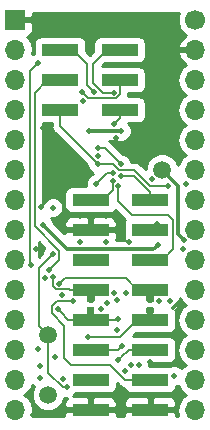
<source format=gbl>
G04 #@! TF.GenerationSoftware,KiCad,Pcbnew,(5.0.1-3-g963ef8bb5)*
G04 #@! TF.CreationDate,2018-11-16T15:24:27+01:00*
G04 #@! TF.ProjectId,TinyFPGA-UP,54696E79465047412D55502E6B696361,A*
G04 #@! TF.SameCoordinates,Original*
G04 #@! TF.FileFunction,Copper,L4,Bot,Signal*
G04 #@! TF.FilePolarity,Positive*
%FSLAX46Y46*%
G04 Gerber Fmt 4.6, Leading zero omitted, Abs format (unit mm)*
G04 Created by KiCad (PCBNEW (5.0.1-3-g963ef8bb5)) date Friday, 16 November 2018 at 15:24:27*
%MOMM*%
%LPD*%
G01*
G04 APERTURE LIST*
G04 #@! TA.AperFunction,ComponentPad*
%ADD10O,1.700000X1.700000*%
G04 #@! TD*
G04 #@! TA.AperFunction,ComponentPad*
%ADD11R,1.700000X1.700000*%
G04 #@! TD*
G04 #@! TA.AperFunction,SMDPad,CuDef*
%ADD12R,3.150000X1.000000*%
G04 #@! TD*
G04 #@! TA.AperFunction,ComponentPad*
%ADD13C,1.700000*%
G04 #@! TD*
G04 #@! TA.AperFunction,BGAPad,CuDef*
%ADD14C,1.500000*%
G04 #@! TD*
G04 #@! TA.AperFunction,Conductor*
%ADD15C,0.100000*%
G04 #@! TD*
G04 #@! TA.AperFunction,SMDPad,CuDef*
%ADD16C,0.590000*%
G04 #@! TD*
G04 #@! TA.AperFunction,ViaPad*
%ADD17C,0.508000*%
G04 #@! TD*
G04 #@! TA.AperFunction,Conductor*
%ADD18C,0.304800*%
G04 #@! TD*
G04 #@! TA.AperFunction,Conductor*
%ADD19C,0.152400*%
G04 #@! TD*
G04 #@! TA.AperFunction,Conductor*
%ADD20C,0.640000*%
G04 #@! TD*
G04 #@! TA.AperFunction,Conductor*
%ADD21C,0.254000*%
G04 #@! TD*
G04 APERTURE END LIST*
D10*
G04 #@! TO.P,J1,14*
G04 #@! TO.N,31B*
X143516000Y-130819100D03*
G04 #@! TO.P,J1,13*
G04 #@! TO.N,29B*
X143516000Y-128279100D03*
G04 #@! TO.P,J1,12*
G04 #@! TO.N,25B*
X143516000Y-125739100D03*
G04 #@! TO.P,J1,11*
G04 #@! TO.N,18A*
X143516000Y-123199100D03*
G04 #@! TO.P,J1,10*
G04 #@! TO.N,16A*
X143516000Y-120659100D03*
G04 #@! TO.P,J1,9*
G04 #@! TO.N,13B*
X143516000Y-118119100D03*
G04 #@! TO.P,J1,8*
G04 #@! TO.N,8A*
X143516000Y-115579100D03*
G04 #@! TO.P,J1,7*
G04 #@! TO.N,9B*
X143516000Y-113039100D03*
G04 #@! TO.P,J1,6*
G04 #@! TO.N,6A*
X143516000Y-110499100D03*
G04 #@! TO.P,J1,5*
G04 #@! TO.N,4A*
X143516000Y-107959100D03*
G04 #@! TO.P,J1,4*
G04 #@! TO.N,2A*
X143516000Y-105419100D03*
G04 #@! TO.P,J1,3*
G04 #@! TO.N,0A*
X143516000Y-102879100D03*
G04 #@! TO.P,J1,2*
G04 #@! TO.N,5B*
X143516000Y-100339100D03*
D11*
G04 #@! TO.P,J1,1*
G04 #@! TO.N,GND*
X143516000Y-97799100D03*
G04 #@! TD*
D12*
G04 #@! TO.P,J4,1*
G04 #@! TO.N,RGB0*
X154956000Y-113039100D03*
G04 #@! TO.P,J4,2*
G04 #@! TO.N,RGB2*
X149906000Y-113039100D03*
G04 #@! TO.P,J4,3*
G04 #@! TO.N,+3V3*
X154956000Y-115579100D03*
G04 #@! TO.P,J4,4*
G04 #@! TO.N,GND*
X149906000Y-115579100D03*
G04 #@! TO.P,J4,5*
G04 #@! TO.N,RGB1*
X154956000Y-118119100D03*
G04 #@! TO.P,J4,6*
G04 #@! TO.N,N/C*
X149906000Y-118119100D03*
G04 #@! TO.P,J4,7*
G04 #@! TO.N,24A*
X154956000Y-120659100D03*
G04 #@! TO.P,J4,8*
G04 #@! TO.N,22A*
X149906000Y-120659100D03*
G04 #@! TO.P,J4,9*
G04 #@! TO.N,HOLD*
X154956000Y-123199100D03*
G04 #@! TO.P,J4,10*
G04 #@! TO.N,WP*
X149906000Y-123199100D03*
G04 #@! TO.P,J4,11*
G04 #@! TO.N,SCK*
X154956000Y-125739100D03*
G04 #@! TO.P,J4,12*
G04 #@! TO.N,SDI*
X149906000Y-125739100D03*
G04 #@! TO.P,J4,13*
G04 #@! TO.N,SDO*
X154956000Y-128279100D03*
G04 #@! TO.P,J4,14*
G04 #@! TO.N,SS*
X149906000Y-128279100D03*
G04 #@! TO.P,J4,15*
G04 #@! TO.N,GND*
X154956000Y-130819100D03*
G04 #@! TO.P,J4,16*
X149906000Y-130819100D03*
G04 #@! TD*
D10*
G04 #@! TO.P,J2,14*
G04 #@! TO.N,23B*
X158756000Y-130819100D03*
G04 #@! TO.P,J2,13*
G04 #@! TO.N,37A*
X158756000Y-128279100D03*
G04 #@! TO.P,J2,12*
G04 #@! TO.N,36B*
X158756000Y-125739100D03*
G04 #@! TO.P,J2,11*
G04 #@! TO.N,39A*
X158756000Y-123199100D03*
G04 #@! TO.P,J2,10*
G04 #@! TO.N,38B*
X158756000Y-120659100D03*
G04 #@! TO.P,J2,9*
G04 #@! TO.N,41A*
X158756000Y-118119100D03*
G04 #@! TO.P,J2,8*
G04 #@! TO.N,42B*
X158756000Y-115579100D03*
G04 #@! TO.P,J2,7*
G04 #@! TO.N,43A*
X158756000Y-113039100D03*
G04 #@! TO.P,J2,6*
G04 #@! TO.N,44B*
X158756000Y-110499100D03*
G04 #@! TO.P,J2,5*
G04 #@! TO.N,48B*
X158756000Y-107959100D03*
G04 #@! TO.P,J2,4*
G04 #@! TO.N,45A*
X158756000Y-105419100D03*
G04 #@! TO.P,J2,3*
G04 #@! TO.N,+3V3*
X158756000Y-102879100D03*
G04 #@! TO.P,J2,2*
G04 #@! TO.N,GND*
X158756000Y-100339100D03*
D13*
G04 #@! TO.P,J2,1*
G04 #@! TO.N,+5V*
X158756000Y-97799100D03*
G04 #@! TD*
D12*
G04 #@! TO.P,J5,1*
G04 #@! TO.N,CLK*
X147326000Y-105419100D03*
G04 #@! TO.P,J5,2*
G04 #@! TO.N,3B*
X152376000Y-105419100D03*
G04 #@! TO.P,J5,3*
G04 #@! TO.N,LED*
X147326000Y-102879100D03*
G04 #@! TO.P,J5,4*
G04 #@! TO.N,USB_PU*
X152376000Y-102879100D03*
G04 #@! TO.P,J5,5*
G04 #@! TO.N,USB_P*
X147326000Y-100339100D03*
G04 #@! TO.P,J5,6*
G04 #@! TO.N,USB_N*
X152376000Y-100339100D03*
G04 #@! TD*
D14*
G04 #@! TO.P,TP1,1*
G04 #@! TO.N,WP*
X146310000Y-129549100D03*
G04 #@! TD*
G04 #@! TO.P,TP2,1*
G04 #@! TO.N,CRESET_B*
X146330000Y-124469910D03*
G04 #@! TD*
G04 #@! TO.P,TP3,1*
G04 #@! TO.N,+1V2*
X155962000Y-110499100D03*
G04 #@! TD*
D15*
G04 #@! TO.N,24A*
G04 #@! TO.C,R16*
G36*
X155146958Y-121150710D02*
X155161276Y-121152834D01*
X155175317Y-121156351D01*
X155188946Y-121161228D01*
X155202031Y-121167417D01*
X155214447Y-121174858D01*
X155226073Y-121183481D01*
X155236798Y-121193202D01*
X155246519Y-121203927D01*
X155255142Y-121215553D01*
X155262583Y-121227969D01*
X155268772Y-121241054D01*
X155273649Y-121254683D01*
X155277166Y-121268724D01*
X155279290Y-121283042D01*
X155280000Y-121297500D01*
X155280000Y-121592500D01*
X155279290Y-121606958D01*
X155277166Y-121621276D01*
X155273649Y-121635317D01*
X155268772Y-121648946D01*
X155262583Y-121662031D01*
X155255142Y-121674447D01*
X155246519Y-121686073D01*
X155236798Y-121696798D01*
X155226073Y-121706519D01*
X155214447Y-121715142D01*
X155202031Y-121722583D01*
X155188946Y-121728772D01*
X155175317Y-121733649D01*
X155161276Y-121737166D01*
X155146958Y-121739290D01*
X155132500Y-121740000D01*
X154787500Y-121740000D01*
X154773042Y-121739290D01*
X154758724Y-121737166D01*
X154744683Y-121733649D01*
X154731054Y-121728772D01*
X154717969Y-121722583D01*
X154705553Y-121715142D01*
X154693927Y-121706519D01*
X154683202Y-121696798D01*
X154673481Y-121686073D01*
X154664858Y-121674447D01*
X154657417Y-121662031D01*
X154651228Y-121648946D01*
X154646351Y-121635317D01*
X154642834Y-121621276D01*
X154640710Y-121606958D01*
X154640000Y-121592500D01*
X154640000Y-121297500D01*
X154640710Y-121283042D01*
X154642834Y-121268724D01*
X154646351Y-121254683D01*
X154651228Y-121241054D01*
X154657417Y-121227969D01*
X154664858Y-121215553D01*
X154673481Y-121203927D01*
X154683202Y-121193202D01*
X154693927Y-121183481D01*
X154705553Y-121174858D01*
X154717969Y-121167417D01*
X154731054Y-121161228D01*
X154744683Y-121156351D01*
X154758724Y-121152834D01*
X154773042Y-121150710D01*
X154787500Y-121150000D01*
X155132500Y-121150000D01*
X155146958Y-121150710D01*
X155146958Y-121150710D01*
G37*
D16*
G04 #@! TD*
G04 #@! TO.P,R16,1*
G04 #@! TO.N,24A*
X154960000Y-121445000D03*
D15*
G04 #@! TO.N,HOLD*
G04 #@! TO.C,R16*
G36*
X155146958Y-122120710D02*
X155161276Y-122122834D01*
X155175317Y-122126351D01*
X155188946Y-122131228D01*
X155202031Y-122137417D01*
X155214447Y-122144858D01*
X155226073Y-122153481D01*
X155236798Y-122163202D01*
X155246519Y-122173927D01*
X155255142Y-122185553D01*
X155262583Y-122197969D01*
X155268772Y-122211054D01*
X155273649Y-122224683D01*
X155277166Y-122238724D01*
X155279290Y-122253042D01*
X155280000Y-122267500D01*
X155280000Y-122562500D01*
X155279290Y-122576958D01*
X155277166Y-122591276D01*
X155273649Y-122605317D01*
X155268772Y-122618946D01*
X155262583Y-122632031D01*
X155255142Y-122644447D01*
X155246519Y-122656073D01*
X155236798Y-122666798D01*
X155226073Y-122676519D01*
X155214447Y-122685142D01*
X155202031Y-122692583D01*
X155188946Y-122698772D01*
X155175317Y-122703649D01*
X155161276Y-122707166D01*
X155146958Y-122709290D01*
X155132500Y-122710000D01*
X154787500Y-122710000D01*
X154773042Y-122709290D01*
X154758724Y-122707166D01*
X154744683Y-122703649D01*
X154731054Y-122698772D01*
X154717969Y-122692583D01*
X154705553Y-122685142D01*
X154693927Y-122676519D01*
X154683202Y-122666798D01*
X154673481Y-122656073D01*
X154664858Y-122644447D01*
X154657417Y-122632031D01*
X154651228Y-122618946D01*
X154646351Y-122605317D01*
X154642834Y-122591276D01*
X154640710Y-122576958D01*
X154640000Y-122562500D01*
X154640000Y-122267500D01*
X154640710Y-122253042D01*
X154642834Y-122238724D01*
X154646351Y-122224683D01*
X154651228Y-122211054D01*
X154657417Y-122197969D01*
X154664858Y-122185553D01*
X154673481Y-122173927D01*
X154683202Y-122163202D01*
X154693927Y-122153481D01*
X154705553Y-122144858D01*
X154717969Y-122137417D01*
X154731054Y-122131228D01*
X154744683Y-122126351D01*
X154758724Y-122122834D01*
X154773042Y-122120710D01*
X154787500Y-122120000D01*
X155132500Y-122120000D01*
X155146958Y-122120710D01*
X155146958Y-122120710D01*
G37*
D16*
G04 #@! TD*
G04 #@! TO.P,R16,2*
G04 #@! TO.N,HOLD*
X154960000Y-122415000D03*
D15*
G04 #@! TO.N,WP*
G04 #@! TO.C,R17*
G36*
X150096958Y-122120710D02*
X150111276Y-122122834D01*
X150125317Y-122126351D01*
X150138946Y-122131228D01*
X150152031Y-122137417D01*
X150164447Y-122144858D01*
X150176073Y-122153481D01*
X150186798Y-122163202D01*
X150196519Y-122173927D01*
X150205142Y-122185553D01*
X150212583Y-122197969D01*
X150218772Y-122211054D01*
X150223649Y-122224683D01*
X150227166Y-122238724D01*
X150229290Y-122253042D01*
X150230000Y-122267500D01*
X150230000Y-122562500D01*
X150229290Y-122576958D01*
X150227166Y-122591276D01*
X150223649Y-122605317D01*
X150218772Y-122618946D01*
X150212583Y-122632031D01*
X150205142Y-122644447D01*
X150196519Y-122656073D01*
X150186798Y-122666798D01*
X150176073Y-122676519D01*
X150164447Y-122685142D01*
X150152031Y-122692583D01*
X150138946Y-122698772D01*
X150125317Y-122703649D01*
X150111276Y-122707166D01*
X150096958Y-122709290D01*
X150082500Y-122710000D01*
X149737500Y-122710000D01*
X149723042Y-122709290D01*
X149708724Y-122707166D01*
X149694683Y-122703649D01*
X149681054Y-122698772D01*
X149667969Y-122692583D01*
X149655553Y-122685142D01*
X149643927Y-122676519D01*
X149633202Y-122666798D01*
X149623481Y-122656073D01*
X149614858Y-122644447D01*
X149607417Y-122632031D01*
X149601228Y-122618946D01*
X149596351Y-122605317D01*
X149592834Y-122591276D01*
X149590710Y-122576958D01*
X149590000Y-122562500D01*
X149590000Y-122267500D01*
X149590710Y-122253042D01*
X149592834Y-122238724D01*
X149596351Y-122224683D01*
X149601228Y-122211054D01*
X149607417Y-122197969D01*
X149614858Y-122185553D01*
X149623481Y-122173927D01*
X149633202Y-122163202D01*
X149643927Y-122153481D01*
X149655553Y-122144858D01*
X149667969Y-122137417D01*
X149681054Y-122131228D01*
X149694683Y-122126351D01*
X149708724Y-122122834D01*
X149723042Y-122120710D01*
X149737500Y-122120000D01*
X150082500Y-122120000D01*
X150096958Y-122120710D01*
X150096958Y-122120710D01*
G37*
D16*
G04 #@! TD*
G04 #@! TO.P,R17,2*
G04 #@! TO.N,WP*
X149910000Y-122415000D03*
D15*
G04 #@! TO.N,22A*
G04 #@! TO.C,R17*
G36*
X150096958Y-121150710D02*
X150111276Y-121152834D01*
X150125317Y-121156351D01*
X150138946Y-121161228D01*
X150152031Y-121167417D01*
X150164447Y-121174858D01*
X150176073Y-121183481D01*
X150186798Y-121193202D01*
X150196519Y-121203927D01*
X150205142Y-121215553D01*
X150212583Y-121227969D01*
X150218772Y-121241054D01*
X150223649Y-121254683D01*
X150227166Y-121268724D01*
X150229290Y-121283042D01*
X150230000Y-121297500D01*
X150230000Y-121592500D01*
X150229290Y-121606958D01*
X150227166Y-121621276D01*
X150223649Y-121635317D01*
X150218772Y-121648946D01*
X150212583Y-121662031D01*
X150205142Y-121674447D01*
X150196519Y-121686073D01*
X150186798Y-121696798D01*
X150176073Y-121706519D01*
X150164447Y-121715142D01*
X150152031Y-121722583D01*
X150138946Y-121728772D01*
X150125317Y-121733649D01*
X150111276Y-121737166D01*
X150096958Y-121739290D01*
X150082500Y-121740000D01*
X149737500Y-121740000D01*
X149723042Y-121739290D01*
X149708724Y-121737166D01*
X149694683Y-121733649D01*
X149681054Y-121728772D01*
X149667969Y-121722583D01*
X149655553Y-121715142D01*
X149643927Y-121706519D01*
X149633202Y-121696798D01*
X149623481Y-121686073D01*
X149614858Y-121674447D01*
X149607417Y-121662031D01*
X149601228Y-121648946D01*
X149596351Y-121635317D01*
X149592834Y-121621276D01*
X149590710Y-121606958D01*
X149590000Y-121592500D01*
X149590000Y-121297500D01*
X149590710Y-121283042D01*
X149592834Y-121268724D01*
X149596351Y-121254683D01*
X149601228Y-121241054D01*
X149607417Y-121227969D01*
X149614858Y-121215553D01*
X149623481Y-121203927D01*
X149633202Y-121193202D01*
X149643927Y-121183481D01*
X149655553Y-121174858D01*
X149667969Y-121167417D01*
X149681054Y-121161228D01*
X149694683Y-121156351D01*
X149708724Y-121152834D01*
X149723042Y-121150710D01*
X149737500Y-121150000D01*
X150082500Y-121150000D01*
X150096958Y-121150710D01*
X150096958Y-121150710D01*
G37*
D16*
G04 #@! TD*
G04 #@! TO.P,R17,1*
G04 #@! TO.N,22A*
X149910000Y-121445000D03*
D17*
G04 #@! TO.N,GND*
X149000000Y-114400000D03*
X151200000Y-114400000D03*
X153200000Y-116600000D03*
X151200000Y-116600000D03*
X149000000Y-116600000D03*
X153200000Y-129600000D03*
X155922418Y-104922418D03*
X157000000Y-105600000D03*
X153600000Y-106800000D03*
X155700000Y-121600000D03*
X149236836Y-104669338D03*
X152099999Y-107810300D03*
X154909089Y-126741122D03*
X149906000Y-115579100D03*
X145880000Y-106980000D03*
X152150000Y-124100000D03*
X155112736Y-111312637D03*
X145000000Y-131250000D03*
X150760216Y-122292594D03*
X157749990Y-117250010D03*
X157968509Y-111728257D03*
X145731257Y-113625166D03*
X145300000Y-117249986D03*
X146091928Y-119651156D03*
X146867390Y-126340000D03*
X156500000Y-97750000D03*
X145750000Y-97750000D03*
X156500000Y-98500000D03*
X145750000Y-98500000D03*
G04 #@! TO.N,+3V3*
X149750000Y-107250000D03*
X152500000Y-107250000D03*
X156600000Y-121637500D03*
X152946747Y-120902552D03*
X156997400Y-127952500D03*
X147543418Y-128198451D03*
X155500011Y-115117474D03*
X150498056Y-109330025D03*
X146700000Y-113700000D03*
X147488039Y-121117390D03*
G04 #@! TO.N,SCK*
X152260487Y-126617490D03*
G04 #@! TO.N,SDI*
X152550000Y-125400000D03*
G04 #@! TO.N,SDO*
X148400000Y-121600000D03*
G04 #@! TO.N,SS*
X151000000Y-128300000D03*
G04 #@! TO.N,CLK*
X156450000Y-111850000D03*
X150500638Y-110015122D03*
G04 #@! TO.N,LED*
X147326000Y-102879100D03*
X146388464Y-118999827D03*
G04 #@! TO.N,USB_PU*
X149199998Y-103950000D03*
X150500408Y-108669618D03*
X152500000Y-110034789D03*
G04 #@! TO.N,USB_P*
X150237693Y-103955178D03*
G04 #@! TO.N,USB_N*
X151854423Y-103963063D03*
G04 #@! TO.N,3B*
X151900000Y-106600000D03*
X150382755Y-111688613D03*
X151771309Y-110754876D03*
G04 #@! TO.N,22A*
X146745374Y-119555488D03*
G04 #@! TO.N,CRESET_B*
X147907798Y-128930402D03*
X146716721Y-117650764D03*
G04 #@! TO.N,24A*
X147249999Y-120150000D03*
G04 #@! TO.N,+1V2*
X155945693Y-110482793D03*
X145900000Y-115200000D03*
X155580010Y-116850000D03*
X157850000Y-116489576D03*
G04 #@! TO.N,CDONE*
X145450000Y-101500004D03*
X144860000Y-118602610D03*
G04 #@! TO.N,31B*
X151312722Y-121794290D03*
X145600000Y-128100000D03*
G04 #@! TO.N,29B*
X152189597Y-121543563D03*
X145600000Y-127100000D03*
G04 #@! TO.N,RGB0*
X154000000Y-126992390D03*
X152450000Y-111020000D03*
G04 #@! TO.N,RGB1*
X153339947Y-127024981D03*
X152270000Y-111920000D03*
G04 #@! TO.N,RGB2*
X152840722Y-127514797D03*
X151782112Y-111415199D03*
G04 #@! TO.N,HOLD*
X154993449Y-123185640D03*
X149655943Y-124644057D03*
G04 #@! TO.N,WP*
X147117421Y-122275000D03*
X152243541Y-123172690D03*
X146310026Y-129550002D03*
G04 #@! TO.N,25B*
X151887737Y-120955996D03*
X145456288Y-125656298D03*
G04 #@! TD*
D18*
G04 #@! TO.N,GND*
X157396001Y-121668525D02*
X156868225Y-122196301D01*
X146980900Y-130819100D02*
X146903999Y-130896001D01*
X149906000Y-130819100D02*
X146980900Y-130819100D01*
X146903999Y-130896001D02*
X146650000Y-131150000D01*
G04 #@! TO.N,+3V3*
X149750000Y-107250000D02*
X152500000Y-107250000D01*
D19*
G04 #@! TO.N,SCK*
X154956000Y-125739100D02*
X153138877Y-125739100D01*
X153138877Y-125739100D02*
X152514486Y-126363491D01*
X152514486Y-126363491D02*
X152260487Y-126617490D01*
G04 #@! TO.N,SDI*
X152210900Y-125739100D02*
X149906000Y-125739100D01*
X152550000Y-125400000D02*
X152210900Y-125739100D01*
G04 #@! TO.N,SDO*
X146634811Y-122066141D02*
X147100952Y-121600000D01*
X148040790Y-121600000D02*
X148400000Y-121600000D01*
X147100952Y-121600000D02*
X148040790Y-121600000D01*
X147700000Y-123693934D02*
X146634811Y-122628745D01*
X147700000Y-126450000D02*
X147700000Y-123693934D01*
X148250000Y-127000000D02*
X147700000Y-126450000D01*
X151585750Y-127000000D02*
X148250000Y-127000000D01*
X152864850Y-128279100D02*
X151585750Y-127000000D01*
X146634811Y-122628745D02*
X146634811Y-122066141D01*
X154956000Y-128279100D02*
X152864850Y-128279100D01*
G04 #@! TO.N,CLK*
X147326000Y-106840484D02*
X150500638Y-110015122D01*
X147326000Y-105419100D02*
X147326000Y-106840484D01*
X151791074Y-110015122D02*
X150859848Y-110015122D01*
X150859848Y-110015122D02*
X150500638Y-110015122D01*
X156450000Y-111850000D02*
X154950000Y-111850000D01*
X154950000Y-111850000D02*
X153617399Y-110517399D01*
X152293351Y-110517399D02*
X151791074Y-110015122D01*
X153617399Y-110517399D02*
X152293351Y-110517399D01*
G04 #@! TO.N,LED*
X147326000Y-102879100D02*
X148401000Y-102879100D01*
X145164811Y-115279061D02*
X147250000Y-117364250D01*
X147250000Y-117364250D02*
X147250000Y-118138291D01*
X146642463Y-118745828D02*
X146388464Y-118999827D01*
X147250000Y-118138291D02*
X146642463Y-118745828D01*
X146251000Y-102879100D02*
X145164811Y-103965289D01*
X147326000Y-102879100D02*
X146251000Y-102879100D01*
X145164811Y-103965289D02*
X145164811Y-115279061D01*
G04 #@! TO.N,USB_PU*
X152376000Y-104124000D02*
X152050000Y-104450000D01*
X149699998Y-104450000D02*
X149453997Y-104203999D01*
X152376000Y-102879100D02*
X152376000Y-104124000D01*
X149453997Y-104203999D02*
X149199998Y-103950000D01*
X152050000Y-104450000D02*
X149699998Y-104450000D01*
X152246001Y-109780790D02*
X152500000Y-110034789D01*
X150500408Y-108669618D02*
X151134829Y-108669618D01*
X151134829Y-108669618D02*
X152246001Y-109780790D01*
G04 #@! TO.N,USB_P*
X147326000Y-100339100D02*
X148401000Y-100339100D01*
X148401000Y-100339100D02*
X149650000Y-101588100D01*
X149650000Y-103367485D02*
X149983694Y-103701179D01*
X149650000Y-101588100D02*
X149650000Y-103367485D01*
X149983694Y-103701179D02*
X150237693Y-103955178D01*
G04 #@! TO.N,USB_N*
X152376000Y-100339100D02*
X151301000Y-100339100D01*
X151301000Y-100339100D02*
X150100000Y-101540100D01*
X150100000Y-103127657D02*
X150935406Y-103963063D01*
X150935406Y-103963063D02*
X151495213Y-103963063D01*
X150100000Y-101540100D02*
X150100000Y-103127657D01*
X151495213Y-103963063D02*
X151854423Y-103963063D01*
G04 #@! TO.N,3B*
X152376000Y-106124000D02*
X151900000Y-106600000D01*
X152376000Y-105419100D02*
X152376000Y-106124000D01*
X151316492Y-110754876D02*
X151412099Y-110754876D01*
X151412099Y-110754876D02*
X151771309Y-110754876D01*
X150382755Y-111688613D02*
X151316492Y-110754876D01*
G04 #@! TO.N,22A*
X149906000Y-121441000D02*
X149910000Y-121445000D01*
D20*
X149910000Y-120638100D02*
X149910000Y-121420000D01*
D19*
X146995539Y-120634789D02*
X146745374Y-120384624D01*
X146745374Y-120384624D02*
X146745374Y-119914698D01*
X148154289Y-120634789D02*
X146995539Y-120634789D01*
X149906000Y-120659100D02*
X148178600Y-120659100D01*
X146745374Y-119914698D02*
X146745374Y-119555488D01*
X148178600Y-120659100D02*
X148154289Y-120634789D01*
G04 #@! TO.N,CRESET_B*
X146330000Y-124469910D02*
X146330000Y-127711814D01*
X147548588Y-128930402D02*
X147907798Y-128930402D01*
X146330000Y-127711814D02*
X147548588Y-128930402D01*
X145567397Y-123707307D02*
X145567397Y-118800088D01*
X145567397Y-118800088D02*
X146462722Y-117904763D01*
X146330000Y-124469910D02*
X145567397Y-123707307D01*
X146462722Y-117904763D02*
X146716721Y-117650764D01*
G04 #@! TO.N,24A*
X154960000Y-120663100D02*
X154956000Y-120659100D01*
D20*
X154960000Y-121420000D02*
X154960000Y-120638100D01*
D19*
X147503998Y-119896001D02*
X147249999Y-120150000D01*
X153881000Y-120659100D02*
X152892901Y-119671001D01*
X147728998Y-119671001D02*
X147503998Y-119896001D01*
X154956000Y-120659100D02*
X153881000Y-120659100D01*
X152892901Y-119671001D02*
X147728998Y-119671001D01*
D18*
G04 #@! TO.N,+1V2*
X145900000Y-115200000D02*
X147900000Y-117200000D01*
X155230010Y-117200000D02*
X155326011Y-117103999D01*
X147900000Y-117200000D02*
X155230010Y-117200000D01*
X155326011Y-117103999D02*
X155580010Y-116850000D01*
X157596001Y-116235577D02*
X157850000Y-116489576D01*
X157300000Y-115939576D02*
X157596001Y-116235577D01*
X157300000Y-111837100D02*
X157300000Y-115939576D01*
X155945693Y-110482793D02*
X157300000Y-111837100D01*
D19*
G04 #@! TO.N,CDONE*
X144800000Y-118542610D02*
X144860000Y-118602610D01*
X144800000Y-102150004D02*
X144800000Y-118542610D01*
X145450000Y-101500004D02*
X144800000Y-102150004D01*
G04 #@! TO.N,RGB0*
X153589300Y-111020000D02*
X154956000Y-112386700D01*
X152450000Y-111020000D02*
X153589300Y-111020000D01*
X154956000Y-112386700D02*
X154956000Y-113039100D01*
G04 #@! TO.N,RGB1*
X154956000Y-118119100D02*
X153881000Y-118119100D01*
X156918989Y-117231111D02*
X156918989Y-114718989D01*
X153450000Y-114300000D02*
X152270000Y-113120000D01*
X154956000Y-118119100D02*
X156031000Y-118119100D01*
X152270000Y-112279210D02*
X152270000Y-111920000D01*
X156031000Y-118119100D02*
X156918989Y-117231111D01*
X156918989Y-114718989D02*
X156500000Y-114300000D01*
X156500000Y-114300000D02*
X153450000Y-114300000D01*
X152270000Y-113120000D02*
X152270000Y-112279210D01*
G04 #@! TO.N,RGB2*
X149906000Y-113039100D02*
X150981000Y-113039100D01*
X151782112Y-111774409D02*
X151782112Y-111415199D01*
X151782112Y-112237988D02*
X151782112Y-111774409D01*
X150981000Y-113039100D02*
X151782112Y-112237988D01*
G04 #@! TO.N,HOLD*
X155599100Y-123199100D02*
X155620000Y-123220000D01*
X154960000Y-123195100D02*
X154956000Y-123199100D01*
X154960000Y-122415000D02*
X154960000Y-123195100D01*
X149661886Y-124650000D02*
X149655943Y-124644057D01*
X153881000Y-123199100D02*
X152430100Y-124650000D01*
X154956000Y-123199100D02*
X153881000Y-123199100D01*
X152430100Y-124650000D02*
X149661886Y-124650000D01*
G04 #@! TO.N,WP*
X147371420Y-122528999D02*
X147117421Y-122275000D01*
X149906000Y-123199100D02*
X148041521Y-123199100D01*
X148041521Y-123199100D02*
X147371420Y-122528999D01*
X149906000Y-123199100D02*
X152217131Y-123199100D01*
X152217131Y-123199100D02*
X152243541Y-123172690D01*
X149906000Y-122419000D02*
X149910000Y-122415000D01*
X149906000Y-123199100D02*
X149906000Y-122419000D01*
G04 #@! TD*
D21*
G04 #@! TO.N,GND*
G36*
X152312428Y-128732467D02*
X152352104Y-128791846D01*
X152411483Y-128831522D01*
X152411485Y-128831524D01*
X152527186Y-128908833D01*
X152587354Y-128949036D01*
X152774777Y-128986317D01*
X152782843Y-129026865D01*
X152923191Y-129236909D01*
X153133235Y-129377257D01*
X153381000Y-129426540D01*
X156531000Y-129426540D01*
X156778765Y-129377257D01*
X156988809Y-129236909D01*
X157129157Y-129026865D01*
X157166028Y-128841500D01*
X157174233Y-128841500D01*
X157340109Y-128772792D01*
X157357161Y-128858518D01*
X157685375Y-129349725D01*
X157983761Y-129549100D01*
X157685375Y-129748475D01*
X157357161Y-130239682D01*
X157241908Y-130819100D01*
X157353299Y-131379100D01*
X157166000Y-131379100D01*
X157166000Y-131104850D01*
X157007250Y-130946100D01*
X155083000Y-130946100D01*
X155083000Y-130966100D01*
X154829000Y-130966100D01*
X154829000Y-130946100D01*
X152904750Y-130946100D01*
X152746000Y-131104850D01*
X152746000Y-131379100D01*
X152116000Y-131379100D01*
X152116000Y-131104850D01*
X151957250Y-130946100D01*
X150033000Y-130946100D01*
X150033000Y-130966100D01*
X149779000Y-130966100D01*
X149779000Y-130946100D01*
X147854750Y-130946100D01*
X147696000Y-131104850D01*
X147696000Y-131379100D01*
X144918701Y-131379100D01*
X145030092Y-130819100D01*
X144914839Y-130239682D01*
X144586625Y-129748475D01*
X144288239Y-129549100D01*
X144586625Y-129349725D01*
X144914839Y-128858518D01*
X144945772Y-128703008D01*
X145096422Y-128853658D01*
X145098578Y-128854551D01*
X144925000Y-129273606D01*
X144925000Y-129824594D01*
X145135853Y-130333640D01*
X145525460Y-130723247D01*
X146034506Y-130934100D01*
X146585494Y-130934100D01*
X147094540Y-130723247D01*
X147484147Y-130333640D01*
X147695000Y-129824594D01*
X147695000Y-129804505D01*
X147730965Y-129819402D01*
X147932673Y-129819402D01*
X147792673Y-129959401D01*
X147696000Y-130192790D01*
X147696000Y-130533350D01*
X147854750Y-130692100D01*
X149779000Y-130692100D01*
X149779000Y-129842850D01*
X150033000Y-129842850D01*
X150033000Y-130692100D01*
X151957250Y-130692100D01*
X152116000Y-130533350D01*
X152116000Y-130192790D01*
X152746000Y-130192790D01*
X152746000Y-130533350D01*
X152904750Y-130692100D01*
X154829000Y-130692100D01*
X154829000Y-129842850D01*
X155083000Y-129842850D01*
X155083000Y-130692100D01*
X157007250Y-130692100D01*
X157166000Y-130533350D01*
X157166000Y-130192790D01*
X157069327Y-129959401D01*
X156890698Y-129780773D01*
X156657309Y-129684100D01*
X155241750Y-129684100D01*
X155083000Y-129842850D01*
X154829000Y-129842850D01*
X154670250Y-129684100D01*
X153254691Y-129684100D01*
X153021302Y-129780773D01*
X152842673Y-129959401D01*
X152746000Y-130192790D01*
X152116000Y-130192790D01*
X152019327Y-129959401D01*
X151840698Y-129780773D01*
X151607309Y-129684100D01*
X150191750Y-129684100D01*
X150033000Y-129842850D01*
X149779000Y-129842850D01*
X149620250Y-129684100D01*
X148411279Y-129684100D01*
X148411376Y-129684060D01*
X148661456Y-129433980D01*
X148664538Y-129426540D01*
X151481000Y-129426540D01*
X151728765Y-129377257D01*
X151938809Y-129236909D01*
X152079157Y-129026865D01*
X152128440Y-128779100D01*
X152128440Y-128548479D01*
X152312428Y-128732467D01*
X152312428Y-128732467D01*
G37*
X152312428Y-128732467D02*
X152352104Y-128791846D01*
X152411483Y-128831522D01*
X152411485Y-128831524D01*
X152527186Y-128908833D01*
X152587354Y-128949036D01*
X152774777Y-128986317D01*
X152782843Y-129026865D01*
X152923191Y-129236909D01*
X153133235Y-129377257D01*
X153381000Y-129426540D01*
X156531000Y-129426540D01*
X156778765Y-129377257D01*
X156988809Y-129236909D01*
X157129157Y-129026865D01*
X157166028Y-128841500D01*
X157174233Y-128841500D01*
X157340109Y-128772792D01*
X157357161Y-128858518D01*
X157685375Y-129349725D01*
X157983761Y-129549100D01*
X157685375Y-129748475D01*
X157357161Y-130239682D01*
X157241908Y-130819100D01*
X157353299Y-131379100D01*
X157166000Y-131379100D01*
X157166000Y-131104850D01*
X157007250Y-130946100D01*
X155083000Y-130946100D01*
X155083000Y-130966100D01*
X154829000Y-130966100D01*
X154829000Y-130946100D01*
X152904750Y-130946100D01*
X152746000Y-131104850D01*
X152746000Y-131379100D01*
X152116000Y-131379100D01*
X152116000Y-131104850D01*
X151957250Y-130946100D01*
X150033000Y-130946100D01*
X150033000Y-130966100D01*
X149779000Y-130966100D01*
X149779000Y-130946100D01*
X147854750Y-130946100D01*
X147696000Y-131104850D01*
X147696000Y-131379100D01*
X144918701Y-131379100D01*
X145030092Y-130819100D01*
X144914839Y-130239682D01*
X144586625Y-129748475D01*
X144288239Y-129549100D01*
X144586625Y-129349725D01*
X144914839Y-128858518D01*
X144945772Y-128703008D01*
X145096422Y-128853658D01*
X145098578Y-128854551D01*
X144925000Y-129273606D01*
X144925000Y-129824594D01*
X145135853Y-130333640D01*
X145525460Y-130723247D01*
X146034506Y-130934100D01*
X146585494Y-130934100D01*
X147094540Y-130723247D01*
X147484147Y-130333640D01*
X147695000Y-129824594D01*
X147695000Y-129804505D01*
X147730965Y-129819402D01*
X147932673Y-129819402D01*
X147792673Y-129959401D01*
X147696000Y-130192790D01*
X147696000Y-130533350D01*
X147854750Y-130692100D01*
X149779000Y-130692100D01*
X149779000Y-129842850D01*
X150033000Y-129842850D01*
X150033000Y-130692100D01*
X151957250Y-130692100D01*
X152116000Y-130533350D01*
X152116000Y-130192790D01*
X152746000Y-130192790D01*
X152746000Y-130533350D01*
X152904750Y-130692100D01*
X154829000Y-130692100D01*
X154829000Y-129842850D01*
X155083000Y-129842850D01*
X155083000Y-130692100D01*
X157007250Y-130692100D01*
X157166000Y-130533350D01*
X157166000Y-130192790D01*
X157069327Y-129959401D01*
X156890698Y-129780773D01*
X156657309Y-129684100D01*
X155241750Y-129684100D01*
X155083000Y-129842850D01*
X154829000Y-129842850D01*
X154670250Y-129684100D01*
X153254691Y-129684100D01*
X153021302Y-129780773D01*
X152842673Y-129959401D01*
X152746000Y-130192790D01*
X152116000Y-130192790D01*
X152019327Y-129959401D01*
X151840698Y-129780773D01*
X151607309Y-129684100D01*
X150191750Y-129684100D01*
X150033000Y-129842850D01*
X149779000Y-129842850D01*
X149620250Y-129684100D01*
X148411279Y-129684100D01*
X148411376Y-129684060D01*
X148661456Y-129433980D01*
X148664538Y-129426540D01*
X151481000Y-129426540D01*
X151728765Y-129377257D01*
X151938809Y-129236909D01*
X152079157Y-129026865D01*
X152128440Y-128779100D01*
X152128440Y-128548479D01*
X152312428Y-128732467D01*
G36*
X157685375Y-121729725D02*
X157983761Y-121929100D01*
X157685375Y-122128475D01*
X157357161Y-122619682D01*
X157241908Y-123199100D01*
X157357161Y-123778518D01*
X157685375Y-124269725D01*
X157983761Y-124469100D01*
X157685375Y-124668475D01*
X157357161Y-125159682D01*
X157241908Y-125739100D01*
X157357161Y-126318518D01*
X157685375Y-126809725D01*
X157983761Y-127009100D01*
X157685375Y-127208475D01*
X157615374Y-127313238D01*
X157500978Y-127198842D01*
X157174233Y-127063500D01*
X156820567Y-127063500D01*
X156615457Y-127148459D01*
X156531000Y-127131660D01*
X154889000Y-127131660D01*
X154889000Y-126886540D01*
X156531000Y-126886540D01*
X156778765Y-126837257D01*
X156988809Y-126696909D01*
X157129157Y-126486865D01*
X157178440Y-126239100D01*
X157178440Y-125239100D01*
X157129157Y-124991335D01*
X156988809Y-124781291D01*
X156778765Y-124640943D01*
X156531000Y-124591660D01*
X153494228Y-124591660D01*
X153739349Y-124346540D01*
X156531000Y-124346540D01*
X156778765Y-124297257D01*
X156988809Y-124156909D01*
X157129157Y-123946865D01*
X157178440Y-123699100D01*
X157178440Y-122699100D01*
X157129157Y-122451335D01*
X157092119Y-122395904D01*
X157103578Y-122391158D01*
X157353658Y-122141078D01*
X157489000Y-121814333D01*
X157489000Y-121460667D01*
X157461932Y-121395319D01*
X157685375Y-121729725D01*
X157685375Y-121729725D01*
G37*
X157685375Y-121729725D02*
X157983761Y-121929100D01*
X157685375Y-122128475D01*
X157357161Y-122619682D01*
X157241908Y-123199100D01*
X157357161Y-123778518D01*
X157685375Y-124269725D01*
X157983761Y-124469100D01*
X157685375Y-124668475D01*
X157357161Y-125159682D01*
X157241908Y-125739100D01*
X157357161Y-126318518D01*
X157685375Y-126809725D01*
X157983761Y-127009100D01*
X157685375Y-127208475D01*
X157615374Y-127313238D01*
X157500978Y-127198842D01*
X157174233Y-127063500D01*
X156820567Y-127063500D01*
X156615457Y-127148459D01*
X156531000Y-127131660D01*
X154889000Y-127131660D01*
X154889000Y-126886540D01*
X156531000Y-126886540D01*
X156778765Y-126837257D01*
X156988809Y-126696909D01*
X157129157Y-126486865D01*
X157178440Y-126239100D01*
X157178440Y-125239100D01*
X157129157Y-124991335D01*
X156988809Y-124781291D01*
X156778765Y-124640943D01*
X156531000Y-124591660D01*
X153494228Y-124591660D01*
X153739349Y-124346540D01*
X156531000Y-124346540D01*
X156778765Y-124297257D01*
X156988809Y-124156909D01*
X157129157Y-123946865D01*
X157178440Y-123699100D01*
X157178440Y-122699100D01*
X157129157Y-122451335D01*
X157092119Y-122395904D01*
X157103578Y-122391158D01*
X157353658Y-122141078D01*
X157489000Y-121814333D01*
X157489000Y-121460667D01*
X157461932Y-121395319D01*
X157685375Y-121729725D01*
G36*
X145995105Y-117115144D02*
X145963063Y-117147186D01*
X145827721Y-117473931D01*
X145827721Y-117533975D01*
X145511200Y-117850497D01*
X145511200Y-116631238D01*
X145995105Y-117115144D01*
X145995105Y-117115144D01*
G37*
X145995105Y-117115144D02*
X145963063Y-117147186D01*
X145827721Y-117473931D01*
X145827721Y-117533975D01*
X145511200Y-117850497D01*
X145511200Y-116631238D01*
X145995105Y-117115144D01*
G36*
X146614801Y-106770438D02*
X146600868Y-106840484D01*
X146656065Y-107117980D01*
X146773576Y-107293848D01*
X146773579Y-107293851D01*
X146813255Y-107353230D01*
X146872634Y-107392906D01*
X149611638Y-110131911D01*
X149611638Y-110191955D01*
X149746980Y-110518700D01*
X149997060Y-110768780D01*
X150138710Y-110827453D01*
X149879177Y-110934955D01*
X149629097Y-111185035D01*
X149493755Y-111511780D01*
X149493755Y-111865446D01*
X149504613Y-111891660D01*
X148331000Y-111891660D01*
X148083235Y-111940943D01*
X147873191Y-112081291D01*
X147732843Y-112291335D01*
X147683560Y-112539100D01*
X147683560Y-113539100D01*
X147732843Y-113786865D01*
X147873191Y-113996909D01*
X148083235Y-114137257D01*
X148331000Y-114186540D01*
X151481000Y-114186540D01*
X151728765Y-114137257D01*
X151938809Y-113996909D01*
X152019844Y-113875632D01*
X152860029Y-114715818D01*
X152782843Y-114831335D01*
X152733560Y-115079100D01*
X152733560Y-116079100D01*
X152782843Y-116326865D01*
X152840130Y-116412600D01*
X152030179Y-116412600D01*
X152116000Y-116205410D01*
X152116000Y-115864850D01*
X151957250Y-115706100D01*
X150033000Y-115706100D01*
X150033000Y-115726100D01*
X149779000Y-115726100D01*
X149779000Y-115706100D01*
X147854750Y-115706100D01*
X147696000Y-115864850D01*
X147696000Y-115882448D01*
X146766342Y-114952790D01*
X147696000Y-114952790D01*
X147696000Y-115293350D01*
X147854750Y-115452100D01*
X149779000Y-115452100D01*
X149779000Y-114602850D01*
X150033000Y-114602850D01*
X150033000Y-115452100D01*
X151957250Y-115452100D01*
X152116000Y-115293350D01*
X152116000Y-114952790D01*
X152019327Y-114719401D01*
X151840698Y-114540773D01*
X151607309Y-114444100D01*
X150191750Y-114444100D01*
X150033000Y-114602850D01*
X149779000Y-114602850D01*
X149620250Y-114444100D01*
X148204691Y-114444100D01*
X147971302Y-114540773D01*
X147792673Y-114719401D01*
X147696000Y-114952790D01*
X146766342Y-114952790D01*
X146755258Y-114941707D01*
X146653658Y-114696422D01*
X146546236Y-114589000D01*
X146876833Y-114589000D01*
X147203578Y-114453658D01*
X147453658Y-114203578D01*
X147589000Y-113876833D01*
X147589000Y-113523167D01*
X147453658Y-113196422D01*
X147203578Y-112946342D01*
X146876833Y-112811000D01*
X146523167Y-112811000D01*
X146196422Y-112946342D01*
X145946342Y-113196422D01*
X145876011Y-113366216D01*
X145876011Y-106566540D01*
X146614801Y-106566540D01*
X146614801Y-106770438D01*
X146614801Y-106770438D01*
G37*
X146614801Y-106770438D02*
X146600868Y-106840484D01*
X146656065Y-107117980D01*
X146773576Y-107293848D01*
X146773579Y-107293851D01*
X146813255Y-107353230D01*
X146872634Y-107392906D01*
X149611638Y-110131911D01*
X149611638Y-110191955D01*
X149746980Y-110518700D01*
X149997060Y-110768780D01*
X150138710Y-110827453D01*
X149879177Y-110934955D01*
X149629097Y-111185035D01*
X149493755Y-111511780D01*
X149493755Y-111865446D01*
X149504613Y-111891660D01*
X148331000Y-111891660D01*
X148083235Y-111940943D01*
X147873191Y-112081291D01*
X147732843Y-112291335D01*
X147683560Y-112539100D01*
X147683560Y-113539100D01*
X147732843Y-113786865D01*
X147873191Y-113996909D01*
X148083235Y-114137257D01*
X148331000Y-114186540D01*
X151481000Y-114186540D01*
X151728765Y-114137257D01*
X151938809Y-113996909D01*
X152019844Y-113875632D01*
X152860029Y-114715818D01*
X152782843Y-114831335D01*
X152733560Y-115079100D01*
X152733560Y-116079100D01*
X152782843Y-116326865D01*
X152840130Y-116412600D01*
X152030179Y-116412600D01*
X152116000Y-116205410D01*
X152116000Y-115864850D01*
X151957250Y-115706100D01*
X150033000Y-115706100D01*
X150033000Y-115726100D01*
X149779000Y-115726100D01*
X149779000Y-115706100D01*
X147854750Y-115706100D01*
X147696000Y-115864850D01*
X147696000Y-115882448D01*
X146766342Y-114952790D01*
X147696000Y-114952790D01*
X147696000Y-115293350D01*
X147854750Y-115452100D01*
X149779000Y-115452100D01*
X149779000Y-114602850D01*
X150033000Y-114602850D01*
X150033000Y-115452100D01*
X151957250Y-115452100D01*
X152116000Y-115293350D01*
X152116000Y-114952790D01*
X152019327Y-114719401D01*
X151840698Y-114540773D01*
X151607309Y-114444100D01*
X150191750Y-114444100D01*
X150033000Y-114602850D01*
X149779000Y-114602850D01*
X149620250Y-114444100D01*
X148204691Y-114444100D01*
X147971302Y-114540773D01*
X147792673Y-114719401D01*
X147696000Y-114952790D01*
X146766342Y-114952790D01*
X146755258Y-114941707D01*
X146653658Y-114696422D01*
X146546236Y-114589000D01*
X146876833Y-114589000D01*
X147203578Y-114453658D01*
X147453658Y-114203578D01*
X147589000Y-113876833D01*
X147589000Y-113523167D01*
X147453658Y-113196422D01*
X147203578Y-112946342D01*
X146876833Y-112811000D01*
X146523167Y-112811000D01*
X146196422Y-112946342D01*
X145946342Y-113196422D01*
X145876011Y-113366216D01*
X145876011Y-106566540D01*
X146614801Y-106566540D01*
X146614801Y-106770438D01*
G36*
X157271000Y-97503715D02*
X157271000Y-98094485D01*
X157497078Y-98640285D01*
X157914815Y-99058022D01*
X157990653Y-99089435D01*
X157874642Y-99143917D01*
X157484355Y-99572176D01*
X157314524Y-99982210D01*
X157435845Y-100212100D01*
X158629000Y-100212100D01*
X158629000Y-100192100D01*
X158883000Y-100192100D01*
X158883000Y-100212100D01*
X158903000Y-100212100D01*
X158903000Y-100466100D01*
X158883000Y-100466100D01*
X158883000Y-100486100D01*
X158629000Y-100486100D01*
X158629000Y-100466100D01*
X157435845Y-100466100D01*
X157314524Y-100695990D01*
X157484355Y-101106024D01*
X157874642Y-101534283D01*
X158004478Y-101595257D01*
X157685375Y-101808475D01*
X157357161Y-102299682D01*
X157241908Y-102879100D01*
X157357161Y-103458518D01*
X157685375Y-103949725D01*
X157983761Y-104149100D01*
X157685375Y-104348475D01*
X157357161Y-104839682D01*
X157241908Y-105419100D01*
X157357161Y-105998518D01*
X157685375Y-106489725D01*
X157983761Y-106689100D01*
X157685375Y-106888475D01*
X157357161Y-107379682D01*
X157241908Y-107959100D01*
X157357161Y-108538518D01*
X157685375Y-109029725D01*
X157983761Y-109229100D01*
X157685375Y-109428475D01*
X157357161Y-109919682D01*
X157313023Y-110141578D01*
X157136147Y-109714560D01*
X156746540Y-109324953D01*
X156237494Y-109114100D01*
X155686506Y-109114100D01*
X155177460Y-109324953D01*
X154787853Y-109714560D01*
X154577000Y-110223606D01*
X154577000Y-110471212D01*
X154169822Y-110064034D01*
X154130145Y-110004653D01*
X153894895Y-109847463D01*
X153687445Y-109806199D01*
X153687440Y-109806199D01*
X153617399Y-109792267D01*
X153547358Y-109806199D01*
X153367562Y-109806199D01*
X153253658Y-109531211D01*
X153003578Y-109281131D01*
X152676833Y-109145789D01*
X152616788Y-109145789D01*
X151687253Y-108216254D01*
X151647575Y-108156872D01*
X151468774Y-108037400D01*
X152077883Y-108037400D01*
X152323167Y-108139000D01*
X152676833Y-108139000D01*
X153003578Y-108003658D01*
X153253658Y-107753578D01*
X153389000Y-107426833D01*
X153389000Y-107073167D01*
X153253658Y-106746422D01*
X153073776Y-106566540D01*
X153951000Y-106566540D01*
X154198765Y-106517257D01*
X154408809Y-106376909D01*
X154549157Y-106166865D01*
X154598440Y-105919100D01*
X154598440Y-104919100D01*
X154549157Y-104671335D01*
X154408809Y-104461291D01*
X154198765Y-104320943D01*
X153951000Y-104271660D01*
X153071762Y-104271660D01*
X153087200Y-104194046D01*
X153087200Y-104194042D01*
X153101132Y-104124000D01*
X153087200Y-104053958D01*
X153087200Y-104026540D01*
X153951000Y-104026540D01*
X154198765Y-103977257D01*
X154408809Y-103836909D01*
X154549157Y-103626865D01*
X154598440Y-103379100D01*
X154598440Y-102379100D01*
X154549157Y-102131335D01*
X154408809Y-101921291D01*
X154198765Y-101780943D01*
X153951000Y-101731660D01*
X150914228Y-101731660D01*
X151159348Y-101486540D01*
X153951000Y-101486540D01*
X154198765Y-101437257D01*
X154408809Y-101296909D01*
X154549157Y-101086865D01*
X154598440Y-100839100D01*
X154598440Y-99839100D01*
X154549157Y-99591335D01*
X154408809Y-99381291D01*
X154198765Y-99240943D01*
X153951000Y-99191660D01*
X150801000Y-99191660D01*
X150553235Y-99240943D01*
X150343191Y-99381291D01*
X150202843Y-99591335D01*
X150153560Y-99839100D01*
X150153560Y-100480752D01*
X149851000Y-100783312D01*
X149548440Y-100480751D01*
X149548440Y-99839100D01*
X149499157Y-99591335D01*
X149358809Y-99381291D01*
X149148765Y-99240943D01*
X148901000Y-99191660D01*
X145751000Y-99191660D01*
X145503235Y-99240943D01*
X145293191Y-99381291D01*
X145152843Y-99591335D01*
X145103560Y-99839100D01*
X145103560Y-100681257D01*
X144949325Y-100745143D01*
X145030092Y-100339100D01*
X144914839Y-99759682D01*
X144586625Y-99268475D01*
X144564967Y-99254004D01*
X144725698Y-99187427D01*
X144904327Y-99008799D01*
X145001000Y-98775410D01*
X145001000Y-98084850D01*
X144842250Y-97926100D01*
X143643000Y-97926100D01*
X143643000Y-97946100D01*
X143389000Y-97946100D01*
X143389000Y-97926100D01*
X143369000Y-97926100D01*
X143369000Y-97672100D01*
X143389000Y-97672100D01*
X143389000Y-97652100D01*
X143643000Y-97652100D01*
X143643000Y-97672100D01*
X144842250Y-97672100D01*
X145001000Y-97513350D01*
X145001000Y-97239100D01*
X157380607Y-97239100D01*
X157271000Y-97503715D01*
X157271000Y-97503715D01*
G37*
X157271000Y-97503715D02*
X157271000Y-98094485D01*
X157497078Y-98640285D01*
X157914815Y-99058022D01*
X157990653Y-99089435D01*
X157874642Y-99143917D01*
X157484355Y-99572176D01*
X157314524Y-99982210D01*
X157435845Y-100212100D01*
X158629000Y-100212100D01*
X158629000Y-100192100D01*
X158883000Y-100192100D01*
X158883000Y-100212100D01*
X158903000Y-100212100D01*
X158903000Y-100466100D01*
X158883000Y-100466100D01*
X158883000Y-100486100D01*
X158629000Y-100486100D01*
X158629000Y-100466100D01*
X157435845Y-100466100D01*
X157314524Y-100695990D01*
X157484355Y-101106024D01*
X157874642Y-101534283D01*
X158004478Y-101595257D01*
X157685375Y-101808475D01*
X157357161Y-102299682D01*
X157241908Y-102879100D01*
X157357161Y-103458518D01*
X157685375Y-103949725D01*
X157983761Y-104149100D01*
X157685375Y-104348475D01*
X157357161Y-104839682D01*
X157241908Y-105419100D01*
X157357161Y-105998518D01*
X157685375Y-106489725D01*
X157983761Y-106689100D01*
X157685375Y-106888475D01*
X157357161Y-107379682D01*
X157241908Y-107959100D01*
X157357161Y-108538518D01*
X157685375Y-109029725D01*
X157983761Y-109229100D01*
X157685375Y-109428475D01*
X157357161Y-109919682D01*
X157313023Y-110141578D01*
X157136147Y-109714560D01*
X156746540Y-109324953D01*
X156237494Y-109114100D01*
X155686506Y-109114100D01*
X155177460Y-109324953D01*
X154787853Y-109714560D01*
X154577000Y-110223606D01*
X154577000Y-110471212D01*
X154169822Y-110064034D01*
X154130145Y-110004653D01*
X153894895Y-109847463D01*
X153687445Y-109806199D01*
X153687440Y-109806199D01*
X153617399Y-109792267D01*
X153547358Y-109806199D01*
X153367562Y-109806199D01*
X153253658Y-109531211D01*
X153003578Y-109281131D01*
X152676833Y-109145789D01*
X152616788Y-109145789D01*
X151687253Y-108216254D01*
X151647575Y-108156872D01*
X151468774Y-108037400D01*
X152077883Y-108037400D01*
X152323167Y-108139000D01*
X152676833Y-108139000D01*
X153003578Y-108003658D01*
X153253658Y-107753578D01*
X153389000Y-107426833D01*
X153389000Y-107073167D01*
X153253658Y-106746422D01*
X153073776Y-106566540D01*
X153951000Y-106566540D01*
X154198765Y-106517257D01*
X154408809Y-106376909D01*
X154549157Y-106166865D01*
X154598440Y-105919100D01*
X154598440Y-104919100D01*
X154549157Y-104671335D01*
X154408809Y-104461291D01*
X154198765Y-104320943D01*
X153951000Y-104271660D01*
X153071762Y-104271660D01*
X153087200Y-104194046D01*
X153087200Y-104194042D01*
X153101132Y-104124000D01*
X153087200Y-104053958D01*
X153087200Y-104026540D01*
X153951000Y-104026540D01*
X154198765Y-103977257D01*
X154408809Y-103836909D01*
X154549157Y-103626865D01*
X154598440Y-103379100D01*
X154598440Y-102379100D01*
X154549157Y-102131335D01*
X154408809Y-101921291D01*
X154198765Y-101780943D01*
X153951000Y-101731660D01*
X150914228Y-101731660D01*
X151159348Y-101486540D01*
X153951000Y-101486540D01*
X154198765Y-101437257D01*
X154408809Y-101296909D01*
X154549157Y-101086865D01*
X154598440Y-100839100D01*
X154598440Y-99839100D01*
X154549157Y-99591335D01*
X154408809Y-99381291D01*
X154198765Y-99240943D01*
X153951000Y-99191660D01*
X150801000Y-99191660D01*
X150553235Y-99240943D01*
X150343191Y-99381291D01*
X150202843Y-99591335D01*
X150153560Y-99839100D01*
X150153560Y-100480752D01*
X149851000Y-100783312D01*
X149548440Y-100480751D01*
X149548440Y-99839100D01*
X149499157Y-99591335D01*
X149358809Y-99381291D01*
X149148765Y-99240943D01*
X148901000Y-99191660D01*
X145751000Y-99191660D01*
X145503235Y-99240943D01*
X145293191Y-99381291D01*
X145152843Y-99591335D01*
X145103560Y-99839100D01*
X145103560Y-100681257D01*
X144949325Y-100745143D01*
X145030092Y-100339100D01*
X144914839Y-99759682D01*
X144586625Y-99268475D01*
X144564967Y-99254004D01*
X144725698Y-99187427D01*
X144904327Y-99008799D01*
X145001000Y-98775410D01*
X145001000Y-98084850D01*
X144842250Y-97926100D01*
X143643000Y-97926100D01*
X143643000Y-97946100D01*
X143389000Y-97946100D01*
X143389000Y-97926100D01*
X143369000Y-97926100D01*
X143369000Y-97672100D01*
X143389000Y-97672100D01*
X143389000Y-97652100D01*
X143643000Y-97652100D01*
X143643000Y-97672100D01*
X144842250Y-97672100D01*
X145001000Y-97513350D01*
X145001000Y-97239100D01*
X157380607Y-97239100D01*
X157271000Y-97503715D01*
G04 #@! TD*
M02*

</source>
